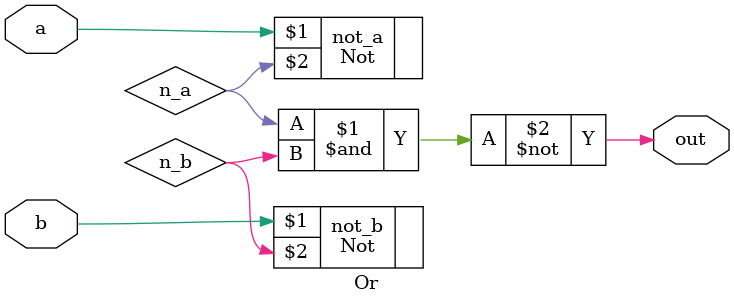
<source format=v>
 /**
 * Or gate:
 * out = 1 if (a == 1 or b == 1)
 *       0 otherwise
 */
`default_nettype none

module Or(
	input wire a,
	input wire b,
	output wire out
);

wire n_a, n_b;

Not not_a(a, n_a);
Not not_b(b, n_b);
nand(out, n_a, n_b);

endmodule

</source>
